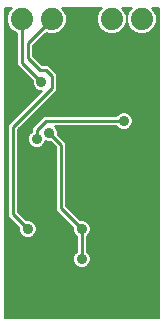
<source format=gbl>
G04 (created by PCBNEW (2013-07-07 BZR 4022)-stable) date 7/23/2013 8:30:17 PM*
%MOIN*%
G04 Gerber Fmt 3.4, Leading zero omitted, Abs format*
%FSLAX34Y34*%
G01*
G70*
G90*
G04 APERTURE LIST*
%ADD10C,0.00590551*%
%ADD11C,0.074*%
%ADD12C,0.035*%
%ADD13C,0.01*%
%ADD14C,0.008*%
G04 APERTURE END LIST*
G54D10*
G54D11*
X47500Y-20500D03*
X48500Y-20500D03*
X49500Y-20500D03*
X50500Y-20500D03*
X51500Y-20500D03*
G54D12*
X47700Y-27500D03*
X48400Y-24300D03*
X49500Y-27500D03*
X49500Y-28500D03*
X48150Y-22600D03*
X50900Y-23900D03*
X48000Y-24500D03*
X49400Y-22700D03*
X49400Y-23100D03*
X48300Y-24900D03*
X51800Y-26200D03*
X49800Y-26100D03*
G54D13*
X47400Y-27200D02*
X47200Y-27000D01*
X47700Y-21300D02*
X47800Y-21200D01*
X47800Y-21200D02*
X47800Y-21200D01*
X47800Y-21900D02*
X47800Y-21899D01*
X48300Y-23000D02*
X48500Y-22800D01*
X48500Y-22800D02*
X48500Y-22400D01*
X48500Y-22400D02*
X48300Y-22200D01*
X48300Y-22200D02*
X48100Y-22200D01*
X48100Y-22200D02*
X47800Y-21900D01*
X47800Y-21899D02*
X47700Y-21800D01*
X48500Y-20500D02*
X47800Y-21200D01*
X47700Y-21800D02*
X47700Y-21300D01*
X47400Y-23900D02*
X48300Y-23000D01*
X47400Y-27200D02*
X47700Y-27500D01*
X47200Y-24100D02*
X47400Y-23900D01*
X47200Y-27000D02*
X47200Y-24100D01*
X48400Y-24300D02*
X48800Y-24700D01*
X48800Y-26800D02*
X49500Y-27500D01*
X48800Y-24700D02*
X48800Y-26800D01*
X49500Y-28500D02*
X49500Y-27500D01*
X47500Y-21950D02*
X48150Y-22600D01*
X47500Y-21950D02*
X47500Y-20500D01*
X48300Y-23900D02*
X48000Y-24200D01*
X48400Y-23900D02*
X48300Y-23900D01*
X50900Y-23900D02*
X48400Y-23900D01*
X48000Y-24200D02*
X48000Y-24500D01*
X48300Y-28400D02*
X49000Y-29100D01*
X48300Y-24900D02*
X48300Y-28400D01*
X50500Y-28500D02*
X49900Y-29100D01*
X49000Y-29100D02*
X49900Y-29100D01*
X51800Y-26200D02*
X51800Y-22800D01*
X51800Y-22800D02*
X49500Y-20500D01*
X50500Y-28500D02*
X51400Y-27600D01*
X51800Y-27200D02*
X51800Y-26200D01*
X51400Y-27600D02*
X51800Y-27200D01*
X50500Y-26800D02*
X49800Y-26100D01*
X50500Y-28500D02*
X50500Y-26800D01*
G54D10*
G36*
X52060Y-30460D02*
X51195Y-30460D01*
X51195Y-23841D01*
X51150Y-23733D01*
X51067Y-23650D01*
X50958Y-23605D01*
X50841Y-23604D01*
X50733Y-23649D01*
X50652Y-23730D01*
X48400Y-23730D01*
X48300Y-23730D01*
X48299Y-23730D01*
X48234Y-23742D01*
X48179Y-23779D01*
X48179Y-23779D01*
X47879Y-24079D01*
X47842Y-24134D01*
X47830Y-24200D01*
X47830Y-24252D01*
X47750Y-24332D01*
X47705Y-24441D01*
X47704Y-24558D01*
X47749Y-24666D01*
X47832Y-24749D01*
X47941Y-24794D01*
X48058Y-24795D01*
X48166Y-24750D01*
X48249Y-24667D01*
X48288Y-24573D01*
X48341Y-24594D01*
X48454Y-24595D01*
X48630Y-24770D01*
X48630Y-26800D01*
X48642Y-26865D01*
X48679Y-26920D01*
X49205Y-27445D01*
X49204Y-27558D01*
X49249Y-27666D01*
X49330Y-27747D01*
X49330Y-28252D01*
X49250Y-28332D01*
X49205Y-28441D01*
X49204Y-28558D01*
X49249Y-28666D01*
X49332Y-28749D01*
X49441Y-28794D01*
X49558Y-28795D01*
X49666Y-28750D01*
X49749Y-28667D01*
X49794Y-28558D01*
X49795Y-28441D01*
X49750Y-28333D01*
X49670Y-28252D01*
X49670Y-27747D01*
X49749Y-27667D01*
X49794Y-27558D01*
X49795Y-27441D01*
X49750Y-27333D01*
X49667Y-27250D01*
X49558Y-27205D01*
X49445Y-27204D01*
X48970Y-26729D01*
X48970Y-24700D01*
X48969Y-24699D01*
X48970Y-24699D01*
X48957Y-24634D01*
X48920Y-24579D01*
X48920Y-24579D01*
X48694Y-24354D01*
X48695Y-24241D01*
X48650Y-24133D01*
X48587Y-24070D01*
X50652Y-24070D01*
X50732Y-24149D01*
X50841Y-24194D01*
X50958Y-24195D01*
X51066Y-24150D01*
X51149Y-24067D01*
X51194Y-23958D01*
X51195Y-23841D01*
X51195Y-30460D01*
X46940Y-30460D01*
X46940Y-20140D01*
X47167Y-20140D01*
X47084Y-20222D01*
X47010Y-20402D01*
X47009Y-20597D01*
X47084Y-20777D01*
X47222Y-20915D01*
X47330Y-20959D01*
X47330Y-21950D01*
X47342Y-22015D01*
X47379Y-22070D01*
X47855Y-22545D01*
X47854Y-22658D01*
X47899Y-22766D01*
X47982Y-22849D01*
X48091Y-22894D01*
X48164Y-22895D01*
X47279Y-23779D01*
X47279Y-23779D01*
X47079Y-23979D01*
X47042Y-24034D01*
X47030Y-24100D01*
X47030Y-27000D01*
X47042Y-27065D01*
X47079Y-27120D01*
X47279Y-27320D01*
X47279Y-27320D01*
X47405Y-27445D01*
X47404Y-27558D01*
X47449Y-27666D01*
X47532Y-27749D01*
X47641Y-27794D01*
X47758Y-27795D01*
X47866Y-27750D01*
X47949Y-27667D01*
X47994Y-27558D01*
X47995Y-27441D01*
X47950Y-27333D01*
X47867Y-27250D01*
X47758Y-27205D01*
X47645Y-27204D01*
X47520Y-27079D01*
X47520Y-27079D01*
X47370Y-26929D01*
X47370Y-24170D01*
X47520Y-24020D01*
X47520Y-24020D01*
X47520Y-24020D01*
X48420Y-23120D01*
X48620Y-22920D01*
X48620Y-22920D01*
X48620Y-22920D01*
X48657Y-22865D01*
X48670Y-22800D01*
X48670Y-22400D01*
X48657Y-22334D01*
X48620Y-22279D01*
X48620Y-22279D01*
X48420Y-22079D01*
X48365Y-22042D01*
X48300Y-22030D01*
X48170Y-22030D01*
X47920Y-21779D01*
X47920Y-21779D01*
X47920Y-21779D01*
X47870Y-21729D01*
X47870Y-21370D01*
X47920Y-21320D01*
X47920Y-21320D01*
X47920Y-21320D01*
X47920Y-21320D01*
X47920Y-21320D01*
X48294Y-20945D01*
X48402Y-20989D01*
X48597Y-20990D01*
X48777Y-20915D01*
X48915Y-20777D01*
X48989Y-20597D01*
X48990Y-20402D01*
X48915Y-20222D01*
X48832Y-20140D01*
X50167Y-20140D01*
X50084Y-20222D01*
X50010Y-20402D01*
X50009Y-20597D01*
X50084Y-20777D01*
X50222Y-20915D01*
X50402Y-20989D01*
X50597Y-20990D01*
X50777Y-20915D01*
X50915Y-20777D01*
X50989Y-20597D01*
X50990Y-20402D01*
X50915Y-20222D01*
X50832Y-20140D01*
X51167Y-20140D01*
X51084Y-20222D01*
X51010Y-20402D01*
X51009Y-20597D01*
X51084Y-20777D01*
X51222Y-20915D01*
X51402Y-20989D01*
X51597Y-20990D01*
X51777Y-20915D01*
X51915Y-20777D01*
X51989Y-20597D01*
X51990Y-20402D01*
X51915Y-20222D01*
X51832Y-20140D01*
X52060Y-20140D01*
X52060Y-30460D01*
X52060Y-30460D01*
G37*
G54D14*
X52060Y-30460D02*
X51195Y-30460D01*
X51195Y-23841D01*
X51150Y-23733D01*
X51067Y-23650D01*
X50958Y-23605D01*
X50841Y-23604D01*
X50733Y-23649D01*
X50652Y-23730D01*
X48400Y-23730D01*
X48300Y-23730D01*
X48299Y-23730D01*
X48234Y-23742D01*
X48179Y-23779D01*
X48179Y-23779D01*
X47879Y-24079D01*
X47842Y-24134D01*
X47830Y-24200D01*
X47830Y-24252D01*
X47750Y-24332D01*
X47705Y-24441D01*
X47704Y-24558D01*
X47749Y-24666D01*
X47832Y-24749D01*
X47941Y-24794D01*
X48058Y-24795D01*
X48166Y-24750D01*
X48249Y-24667D01*
X48288Y-24573D01*
X48341Y-24594D01*
X48454Y-24595D01*
X48630Y-24770D01*
X48630Y-26800D01*
X48642Y-26865D01*
X48679Y-26920D01*
X49205Y-27445D01*
X49204Y-27558D01*
X49249Y-27666D01*
X49330Y-27747D01*
X49330Y-28252D01*
X49250Y-28332D01*
X49205Y-28441D01*
X49204Y-28558D01*
X49249Y-28666D01*
X49332Y-28749D01*
X49441Y-28794D01*
X49558Y-28795D01*
X49666Y-28750D01*
X49749Y-28667D01*
X49794Y-28558D01*
X49795Y-28441D01*
X49750Y-28333D01*
X49670Y-28252D01*
X49670Y-27747D01*
X49749Y-27667D01*
X49794Y-27558D01*
X49795Y-27441D01*
X49750Y-27333D01*
X49667Y-27250D01*
X49558Y-27205D01*
X49445Y-27204D01*
X48970Y-26729D01*
X48970Y-24700D01*
X48969Y-24699D01*
X48970Y-24699D01*
X48957Y-24634D01*
X48920Y-24579D01*
X48920Y-24579D01*
X48694Y-24354D01*
X48695Y-24241D01*
X48650Y-24133D01*
X48587Y-24070D01*
X50652Y-24070D01*
X50732Y-24149D01*
X50841Y-24194D01*
X50958Y-24195D01*
X51066Y-24150D01*
X51149Y-24067D01*
X51194Y-23958D01*
X51195Y-23841D01*
X51195Y-30460D01*
X46940Y-30460D01*
X46940Y-20140D01*
X47167Y-20140D01*
X47084Y-20222D01*
X47010Y-20402D01*
X47009Y-20597D01*
X47084Y-20777D01*
X47222Y-20915D01*
X47330Y-20959D01*
X47330Y-21950D01*
X47342Y-22015D01*
X47379Y-22070D01*
X47855Y-22545D01*
X47854Y-22658D01*
X47899Y-22766D01*
X47982Y-22849D01*
X48091Y-22894D01*
X48164Y-22895D01*
X47279Y-23779D01*
X47279Y-23779D01*
X47079Y-23979D01*
X47042Y-24034D01*
X47030Y-24100D01*
X47030Y-27000D01*
X47042Y-27065D01*
X47079Y-27120D01*
X47279Y-27320D01*
X47279Y-27320D01*
X47405Y-27445D01*
X47404Y-27558D01*
X47449Y-27666D01*
X47532Y-27749D01*
X47641Y-27794D01*
X47758Y-27795D01*
X47866Y-27750D01*
X47949Y-27667D01*
X47994Y-27558D01*
X47995Y-27441D01*
X47950Y-27333D01*
X47867Y-27250D01*
X47758Y-27205D01*
X47645Y-27204D01*
X47520Y-27079D01*
X47520Y-27079D01*
X47370Y-26929D01*
X47370Y-24170D01*
X47520Y-24020D01*
X47520Y-24020D01*
X47520Y-24020D01*
X48420Y-23120D01*
X48620Y-22920D01*
X48620Y-22920D01*
X48620Y-22920D01*
X48657Y-22865D01*
X48670Y-22800D01*
X48670Y-22400D01*
X48657Y-22334D01*
X48620Y-22279D01*
X48620Y-22279D01*
X48420Y-22079D01*
X48365Y-22042D01*
X48300Y-22030D01*
X48170Y-22030D01*
X47920Y-21779D01*
X47920Y-21779D01*
X47920Y-21779D01*
X47870Y-21729D01*
X47870Y-21370D01*
X47920Y-21320D01*
X47920Y-21320D01*
X47920Y-21320D01*
X47920Y-21320D01*
X47920Y-21320D01*
X48294Y-20945D01*
X48402Y-20989D01*
X48597Y-20990D01*
X48777Y-20915D01*
X48915Y-20777D01*
X48989Y-20597D01*
X48990Y-20402D01*
X48915Y-20222D01*
X48832Y-20140D01*
X50167Y-20140D01*
X50084Y-20222D01*
X50010Y-20402D01*
X50009Y-20597D01*
X50084Y-20777D01*
X50222Y-20915D01*
X50402Y-20989D01*
X50597Y-20990D01*
X50777Y-20915D01*
X50915Y-20777D01*
X50989Y-20597D01*
X50990Y-20402D01*
X50915Y-20222D01*
X50832Y-20140D01*
X51167Y-20140D01*
X51084Y-20222D01*
X51010Y-20402D01*
X51009Y-20597D01*
X51084Y-20777D01*
X51222Y-20915D01*
X51402Y-20989D01*
X51597Y-20990D01*
X51777Y-20915D01*
X51915Y-20777D01*
X51989Y-20597D01*
X51990Y-20402D01*
X51915Y-20222D01*
X51832Y-20140D01*
X52060Y-20140D01*
X52060Y-30460D01*
M02*

</source>
